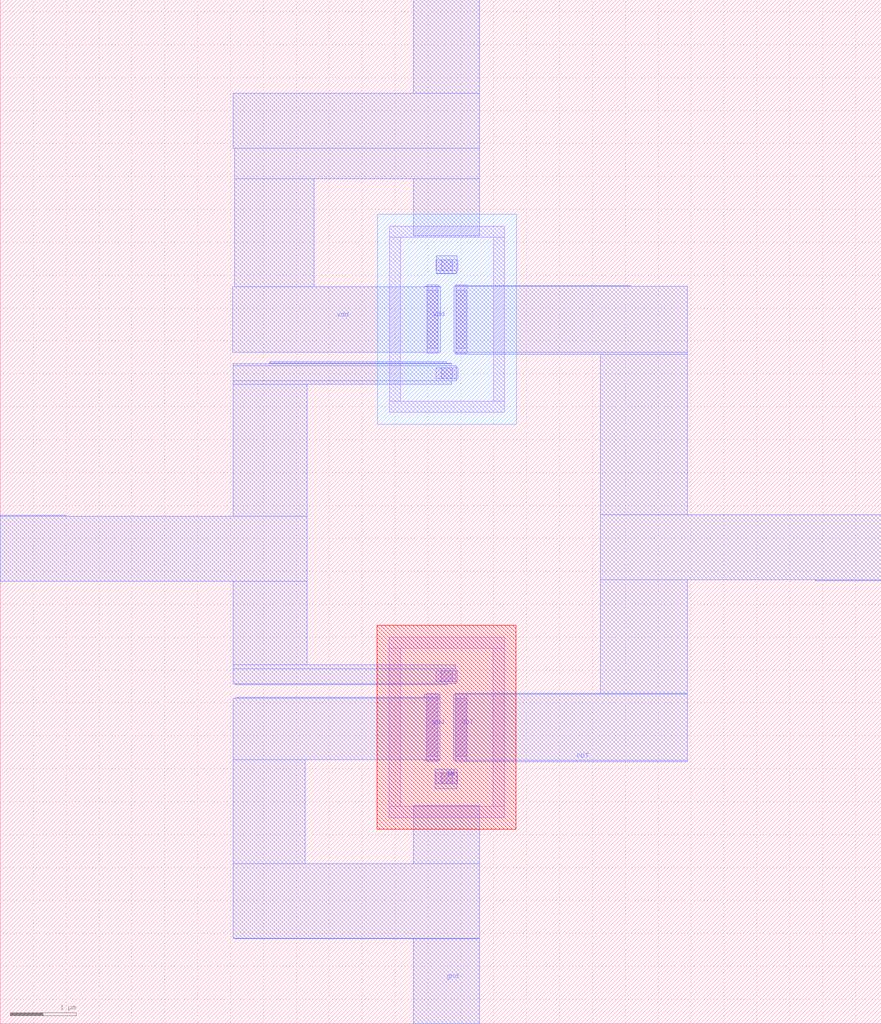
<source format=lef>
VERSION 5.7 ;
  NOWIREEXTENSIONATPIN ON ;
  DIVIDERCHAR "/" ;
  BUSBITCHARS "[]" ;
MACRO Inverter_magic
  CLASS BLOCK ;
  FOREIGN Inverter_magic ;
  ORIGIN 6.000 6.370 ;
  SIZE 13.390 BY 15.550 ;
  PIN vdd
    ANTENNADIFFAREA 0.290000 ;
    PORT
      LAYER li1 ;
        RECT 0.485 3.810 0.655 4.850 ;
      LAYER mcon ;
        RECT 0.485 3.890 0.655 4.770 ;
      LAYER met1 ;
        RECT 0.280 7.760 1.280 9.180 ;
        RECT -2.460 6.930 1.280 7.760 ;
        RECT -2.440 6.460 1.280 6.930 ;
        RECT -2.440 4.820 -1.230 6.460 ;
        RECT 0.280 5.600 1.280 6.460 ;
        RECT 0.455 4.820 0.685 4.830 ;
        RECT -2.470 3.830 0.690 4.820 ;
    END
  END vdd
  PIN OUT
    ANTENNADIFFAREA 0.580000 ;
    PORT
      LAYER li1 ;
        RECT 0.925 3.810 1.095 4.850 ;
        RECT 0.920 -2.390 1.090 -1.350 ;
      LAYER mcon ;
        RECT 0.925 3.890 1.095 4.770 ;
        RECT 0.920 -2.310 1.090 -1.430 ;
      LAYER met1 ;
        RECT 0.920 4.830 3.580 4.840 ;
        RECT 0.895 3.830 4.440 4.830 ;
        RECT 0.920 3.800 4.440 3.830 ;
        RECT 3.120 1.360 4.440 3.800 ;
        RECT 3.120 0.370 7.390 1.360 ;
        RECT 3.120 -1.350 4.440 0.370 ;
        RECT 6.390 0.360 7.390 0.370 ;
        RECT 0.930 -1.370 4.440 -1.350 ;
        RECT 0.890 -2.370 4.440 -1.370 ;
        RECT 1.080 -2.390 4.440 -2.370 ;
    END
  END OUT
  PIN IN
    ANTENNAGATEAREA 0.300000 ;
    PORT
      LAYER li1 ;
        RECT 0.625 5.065 0.955 5.235 ;
        RECT 0.625 3.425 0.955 3.595 ;
        RECT 0.620 -1.180 0.950 -1.010 ;
        RECT 0.620 -2.730 0.950 -2.560 ;
      LAYER mcon ;
        RECT 0.705 5.065 0.875 5.235 ;
        RECT 0.705 3.425 0.875 3.595 ;
        RECT 0.700 -1.180 0.870 -1.010 ;
        RECT 0.700 -2.730 0.870 -2.560 ;
      LAYER met1 ;
        RECT 0.630 5.030 0.940 5.290 ;
        RECT 0.630 5.020 0.930 5.030 ;
        RECT -1.910 3.660 0.780 3.680 ;
        RECT -1.910 3.650 0.860 3.660 ;
        RECT -2.460 3.625 0.860 3.650 ;
        RECT -2.460 3.395 0.935 3.625 ;
        RECT -2.460 3.340 0.860 3.395 ;
        RECT -6.000 1.340 -5.000 1.350 ;
        RECT -2.460 1.340 -1.340 3.340 ;
        RECT -6.000 0.350 -1.340 1.340 ;
        RECT -2.460 -0.920 -1.340 0.350 ;
        RECT -2.460 -0.980 0.920 -0.920 ;
        RECT -2.460 -1.210 0.930 -0.980 ;
        RECT -2.430 -1.220 0.790 -1.210 ;
        RECT 0.610 -2.800 0.940 -2.510 ;
    END
  END IN
  PIN gnd
    ANTENNADIFFAREA 0.290000 ;
    PORT
      LAYER li1 ;
        RECT 0.480 -2.390 0.650 -1.350 ;
      LAYER mcon ;
        RECT 0.480 -2.310 0.650 -1.430 ;
      LAYER met1 ;
        RECT 0.450 -1.410 0.680 -1.370 ;
        RECT -2.410 -1.430 0.680 -1.410 ;
        RECT -2.460 -2.360 0.680 -1.430 ;
        RECT -2.460 -3.940 -1.370 -2.360 ;
        RECT 0.450 -2.370 0.680 -2.360 ;
        RECT 0.280 -3.940 1.280 -3.060 ;
        RECT -2.460 -5.070 1.280 -3.940 ;
        RECT -2.440 -5.080 1.280 -5.070 ;
        RECT 0.280 -6.370 1.280 -5.080 ;
    END
  END gnd
  OBS
      LAYER nwell ;
        RECT -0.265 2.735 1.845 5.925 ;
      LAYER pwell ;
        RECT -0.270 -3.420 1.840 -0.320 ;
      LAYER li1 ;
        RECT -0.085 5.575 1.665 5.745 ;
        RECT -0.085 3.085 0.085 5.575 ;
        RECT 1.495 3.085 1.665 5.575 ;
        RECT -0.085 2.915 1.665 3.085 ;
        RECT -0.090 -0.670 1.660 -0.500 ;
        RECT -0.090 -3.070 0.080 -0.670 ;
        RECT 1.490 -3.070 1.660 -0.670 ;
        RECT -0.090 -3.240 1.660 -3.070 ;
  END
END Inverter_magic
END LIBRARY


</source>
